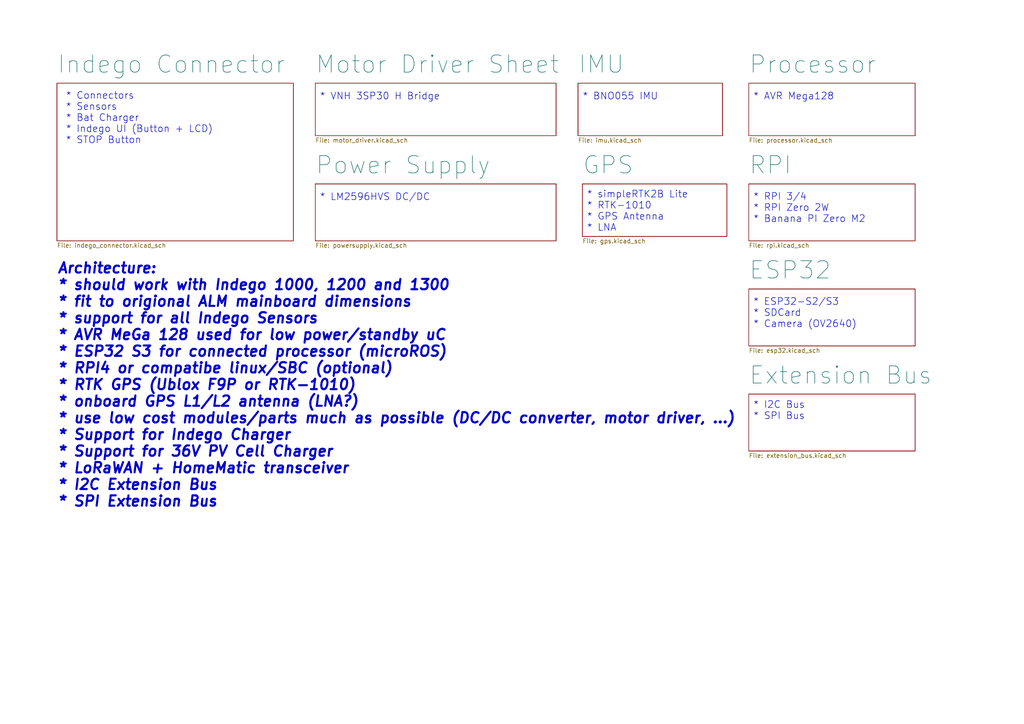
<source format=kicad_sch>
(kicad_sch (version 20211123) (generator eeschema)
  (paper "A4")
  (lib_symbols)
  (text "* simpleRTK2B Lite\n* RTK-1010\n* GPS Antenna\n* LNA" (at 170.18 67.31 0) (effects (font (size 2 2)) (justify left bottom)))
  (text "* AVR Mega128" (at 218.44 29.21 0) (effects (font (size 2 2)) (justify left bottom)))
  (text "* LM2596HVS DC/DC" (at 92.71 58.42 0) (effects (font (size 2 2)) (justify left bottom)))
  (text "* VNH 3SP30 H Bridge" (at 92.71 29.21 0) (effects (font (size 2 2)) (justify left bottom)))
  (text "Architecture:\n* should work with Indego 1000, 1200 and 1300\n* fit to origional ALM mainboard dimensions\n* support for all Indego Sensors\n* AVR MeGa 128 used for low power/standby uC\n* ESP32 S3 for connected processor (microROS)\n* RPI4 or compatibe linux/SBC (optional)\n* RTK GPS (Ublox F9P or RTK-1010)\n* onboard GPS L1/L2 antenna (LNA?)\n* use low cost modules/parts much as possible (DC/DC converter, motor driver, ...)\n* Support for Indego Charger\n* Support for 36V PV Cell Charger\n* LoRaWAN + HomeMatic transceiver\n* I2C Extension Bus\n* SPI Extension Bus" (at 16.51 147.32 0) (effects (font (size 3 3) (thickness 0.6) bold italic) (justify left bottom)))
  (text "* RPI 3/4\n* RPI Zero 2W\n* Banana PI Zero M2" (at 218.44 64.77 0) (effects (font (size 2 2)) (justify left bottom)))
  (text "* BNO055 IMU" (at 168.91 29.21 0) (effects (font (size 2 2)) (justify left bottom)))
  (text "* Connectors\n* Sensors\n* Bat Charger\n* Indego UI (Button + LCD)\n* STOP Button" (at 19.05 41.91 0) (effects (font (size 2 2)) (justify left bottom)))
  (text "* ESP32-S2/S3\n* SDCard\n* Camera (OV2640)" (at 218.44 95.25 0) (effects (font (size 2 2)) (justify left bottom)))
  (text "* I2C Bus\n* SPI Bus" (at 218.44 121.92 0) (effects (font (size 2 2)) (justify left bottom)))
  (sheet (at 217.17 114.3) (size 48.26 16.51) (stroke (width 0.1524))
    (property "Sheet name" "Extension Bus" (at 217.17 111.7234 0) (effects (font (size 5 5)) (justify left bottom)))
    (property "Sheet file" "extension_bus.kicad_sch" (at 217.17 131.3946 0) (effects (justify left top)))
  )
  (sheet (at 217.17 53.34) (size 48.26 16.51) (stroke (width 0.1524))
    (property "Sheet name" "RPI" (at 217.17 50.7634 0) (effects (font (size 5 5)) (justify left bottom)))
    (property "Sheet file" "rpi.kicad_sch" (at 217.17 70.4346 0) (effects (justify left top)))
  )
  (sheet (at 16.51 24.13) (size 68.58 45.72) (stroke (width 0.1524))
    (property "Sheet name" "Indego Connector" (at 16.51 21.5534 0) (effects (font (size 5 5)) (justify left bottom)))
    (property "Sheet file" "indego_connector.kicad_sch" (at 16.51 70.4346 0) (effects (justify left top)))
  )
  (sheet (at 217.17 83.82) (size 48.26 16.51) (stroke (width 0.1524))
    (property "Sheet name" "ESP32" (at 217.17 81.2434 0) (effects (font (size 5 5)) (justify left bottom)))
    (property "Sheet file" "esp32.kicad_sch" (at 217.17 100.9146 0) (effects (justify left top)))
  )
  (sheet (at 168.91 53.34) (size 41.91 15.24) (stroke (width 0.1524))
    (property "Sheet name" "GPS" (at 168.91 50.7634 0) (effects (font (size 5 5)) (justify left bottom)))
    (property "Sheet file" "gps.kicad_sch" (at 168.91 69.1646 0) (effects (justify left top)))
  )
  (sheet (at 167.64 24.13) (size 41.91 15.24) (stroke (width 0.1524))
    (property "Sheet name" "IMU" (at 167.64 21.5534 0) (effects (font (size 5 5)) (justify left bottom)))
    (property "Sheet file" "imu.kicad_sch" (at 167.64 39.9546 0) (effects (justify left top)))
  )
  (sheet (at 217.17 24.13) (size 48.26 15.24) (stroke (width 0.1524))
    (property "Sheet name" "Processor" (at 217.17 21.5534 0) (effects (font (size 5 5)) (justify left bottom)))
    (property "Sheet file" "processor.kicad_sch" (at 217.17 39.9546 0) (effects (justify left top)))
  )
  (sheet (at 91.44 24.13) (size 69.85 15.24) (stroke (width 0.1524))
    (property "Sheet name" "Motor Driver Sheet" (at 91.44 21.5534 0) (effects (font (size 5 5)) (justify left bottom)))
    (property "Sheet file" "motor_driver.kicad_sch" (at 91.44 39.9546 0) (effects (justify left top)))
  )
  (sheet (at 91.44 53.34) (size 69.85 16.51) (stroke (width 0.1524))
    (property "Sheet name" "Power Supply" (at 91.44 50.7634 0) (effects (font (size 5 5)) (justify left bottom)))
    (property "Sheet file" "powersupply.kicad_sch" (at 91.44 70.4346 0) (effects (justify left top)))
  )
)
</source>
